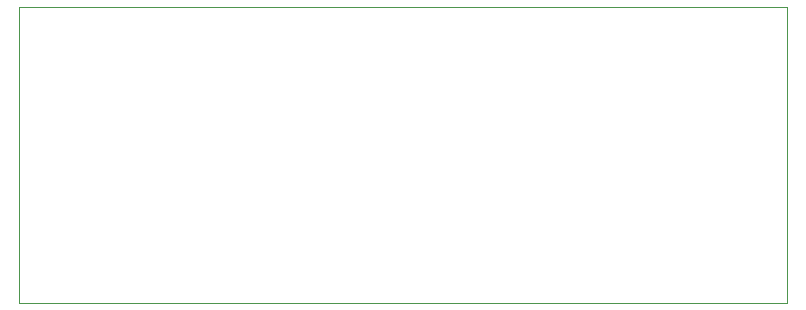
<source format=gbr>
G04 --- HEADER BEGIN --- *
G04 #@! TF.GenerationSoftware,LibrePCB,LibrePCB,1.2.0*
G04 #@! TF.CreationDate,2025-03-23T20:27:52*
G04 #@! TF.ProjectId,2.35" TFT Display Breakout,2d7378a2-86a6-4676-ae60-d25c5b1dbf0f,v1*
G04 #@! TF.Part,Single*
G04 #@! TF.SameCoordinates*
G04 #@! TF.FileFunction,Profile,NP*
%FSLAX66Y66*%
%MOMM*%
G01*
G75*
G04 --- HEADER END --- *
G04 --- APERTURE LIST BEGIN --- *
G04 #@! TA.AperFunction,Profile*
%ADD10C,0.001*%
G04 #@! TD*
G04 --- APERTURE LIST END --- *
G04 --- BOARD BEGIN --- *
D10*
X0Y0D02*
X65000000Y0D01*
X65000000Y25000000D01*
X0Y25000000D01*
X0Y0D01*
G04 --- BOARD END --- *
G04 #@! TF.MD5,9bb8ce67ea03de0b525c11a4fd8269cc*
M02*

</source>
